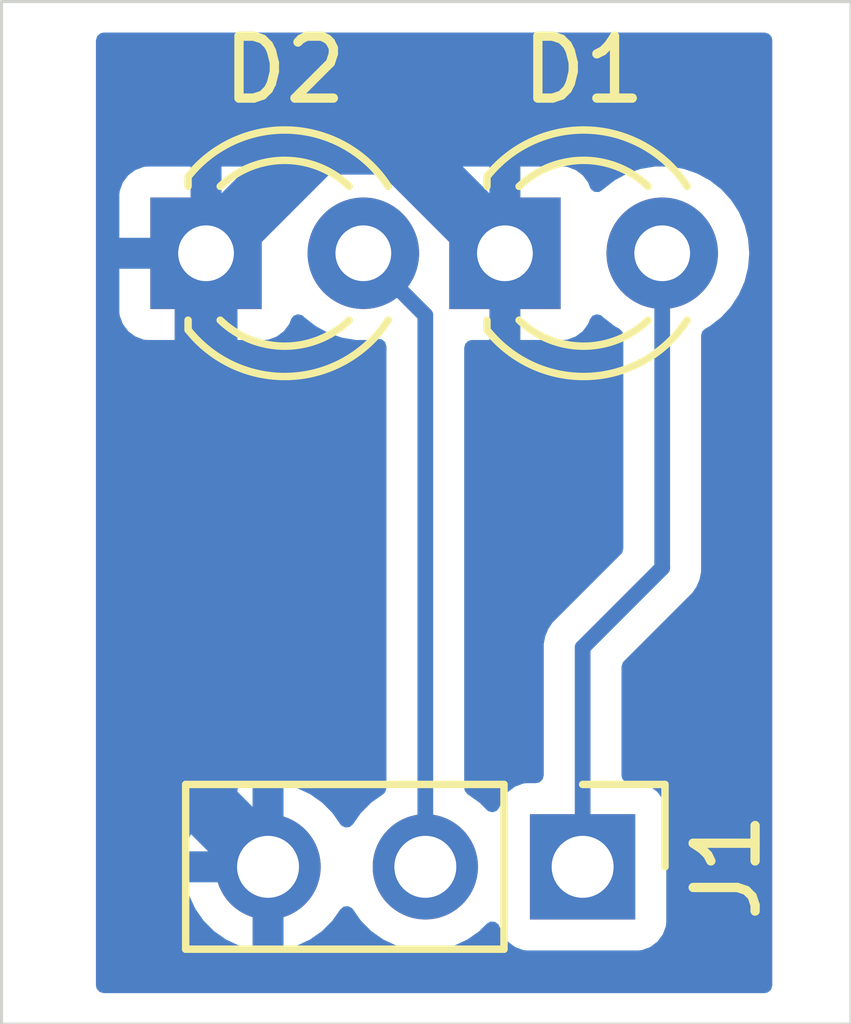
<source format=kicad_pcb>
(kicad_pcb (version 20240108) (generator "pcbnew") (generator_version "8.0")
  (title_block (title "PCB PLACA MECA-LEDS"))
  (layers (0 "F.Cu" signal) (31 "B.Cu" signal) (34 "B.Paste" user) (35 "F.Paste" user) (36 "B.SilkS" user "B.Silkscreen") (37 "F.SilkS" user "F.Silkscreen") (38 "B.Mask" user) (39 "F.Mask" user) (44 "Edge.Cuts" user))
  (net 0 "")
  (net 1 "Net-(D1-A)")
  (net 2 "GND")
  (net 3 "Net-(D2-A)")
  (footprint "LED_THT:LED_D3.0mm" (layer "F.Cu") (at 113.538 89.154)
    (property "Reference" "D2" (at 1.27 -2.96 0) (layer "F.SilkS"))
    (property "Value" "LED")
    (fp_line (start -0.29 -1.236) (end -0.29 -1.08) (stroke (width 0.12)) (layer "F.SilkS"))
    (fp_line (start -0.29 1.08) (end -0.29 1.236) (stroke (width 0.12)) (layer "F.SilkS"))
    (fp_arc (start -0.29 -1.235516) (mid 1.366487 -1.987659) (end 2.942335 -1.078608) (stroke (width 0.12)) (layer "F.SilkS"))
    (fp_arc (start 0.229039 -1.08) (mid 1.270117 -1.5) (end 2.31113 -1.079837) (stroke (width 0.12)) (layer "F.SilkS"))
    (fp_arc (start 2.31113 1.079837) (mid 1.270117 1.5) (end 0.229039 1.08) (stroke (width 0.12)) (layer "F.SilkS"))
    (fp_arc (start 2.942335 1.078608) (mid 1.366487 1.987659) (end -0.29 1.235516) (stroke (width 0.12)) (layer "F.SilkS"))
    (pad "1" thru_hole rect (at 0 0) (size 1.8 1.8) (drill 0.9) (layers "*.Cu" "*.Mask") (net 2 "GND"))
    (pad "2" thru_hole circle (at 2.54 0) (size 1.8 1.8) (drill 0.9) (layers "*.Cu" "*.Mask") (net 3 "Net-(D2-A)"))
  )
  (footprint "Connector_PinHeader_2.54mm:PinHeader_1x03_P2.54mm_Vertical" (layer "F.Cu") (at 119.619 99.06 -90)
    (property "Reference" "J1" (at 0 -2.33 90) (layer "F.SilkS"))
    (property "Value" "Conn_01x03_Pin" (hide yes))
    (fp_line (start -1.33 6.41) (end 1.33 6.41) (stroke (width 0.12)) (layer "F.SilkS"))
    (fp_line (start -1.33 1.27) (end -1.33 6.41) (stroke (width 0.12)) (layer "F.SilkS"))
    (fp_line (start -1.33 1.27) (end 1.33 1.27) (stroke (width 0.12)) (layer "F.SilkS"))
    (fp_line (start 1.33 1.27) (end 1.33 6.41) (stroke (width 0.12)) (layer "F.SilkS"))
    (fp_line (start -1.33 0) (end -1.33 -1.33) (stroke (width 0.12)) (layer "F.SilkS"))
    (fp_line (start -1.33 -1.33) (end 0 -1.33) (stroke (width 0.12)) (layer "F.SilkS"))
    (pad "1" thru_hole rect (at 0 0 270) (size 1.7 1.7) (drill 1) (layers "*.Cu" "*.Mask") (net 1 "Net-(D1-A)"))
    (pad "2" thru_hole oval (at 0 2.54 270) (size 1.7 1.7) (drill 1) (layers "*.Cu" "*.Mask") (net 3 "Net-(D2-A)"))
    (pad "3" thru_hole oval (at 0 5.08 270) (size 1.7 1.7) (drill 1) (layers "*.Cu" "*.Mask") (net 2 "GND"))
  )
  (footprint "LED_THT:LED_D3.0mm" (layer "F.Cu") (at 118.364 89.154)
    (property "Reference" "D1" (at 1.27 -2.96 0) (layer "F.SilkS"))
    (property "Value" "LED")
    (fp_line (start -0.29 -1.236) (end -0.29 -1.08) (stroke (width 0.12)) (layer "F.SilkS"))
    (fp_line (start -0.29 1.08) (end -0.29 1.236) (stroke (width 0.12)) (layer "F.SilkS"))
    (fp_arc (start -0.29 -1.235516) (mid 1.366487 -1.987659) (end 2.942335 -1.078608) (stroke (width 0.12)) (layer "F.SilkS"))
    (fp_arc (start 0.229039 -1.08) (mid 1.270117 -1.5) (end 2.31113 -1.079837) (stroke (width 0.12)) (layer "F.SilkS"))
    (fp_arc (start 2.31113 1.079837) (mid 1.270117 1.5) (end 0.229039 1.08) (stroke (width 0.12)) (layer "F.SilkS"))
    (fp_arc (start 2.942335 1.078608) (mid 1.366487 1.987659) (end -0.29 1.235516) (stroke (width 0.12)) (layer "F.SilkS"))
    (pad "1" thru_hole rect (at 0 0) (size 1.8 1.8) (drill 0.9) (layers "*.Cu" "*.Mask") (net 2 "GND"))
    (pad "2" thru_hole circle (at 2.54 0) (size 1.8 1.8) (drill 0.9) (layers "*.Cu" "*.Mask") (net 1 "Net-(D1-A)"))
  )
  (gr_rect (start 110.236 85.09) (end 123.952 101.6) (stroke (width 0.05)) (fill none) (layer "Edge.Cuts"))
  (segment (start 119.619 95.519) (end 119.619 99.06) (width 0.254) (layer "B.Cu") (net 1))
  (segment (start 120.904 94.234) (end 119.619 95.519) (width 0.254) (layer "B.Cu") (net 1))
  (segment (start 120.904 89.154) (end 120.904 94.234) (width 0.254) (layer "B.Cu") (net 1))
  (segment (start 118.364 89.154) (end 116.586 87.376) (width 1.016) (layer "B.Cu") (net 2))
  (segment (start 115.316 87.376) (end 113.538 89.154) (width 1.016) (layer "B.Cu") (net 2))
  (segment (start 113.538 89.154) (end 113.538 98.059) (width 1.016) (layer "B.Cu") (net 2))
  (segment (start 116.586 87.376) (end 115.316 87.376) (width 1.016) (layer "B.Cu") (net 2))
  (segment (start 113.538 98.059) (end 114.539 99.06) (width 1.016) (layer "B.Cu") (net 2))
  (segment (start 117.079 90.155) (end 117.079 99.06) (width 0.254) (layer "B.Cu") (net 3))
  (segment (start 116.078 89.154) (end 117.079 90.155) (width 0.254) (layer "B.Cu") (net 3))
  (zone (net 2) (net_name "GND") (layer "B.Cu") (connect_pads (clearance 0.5)) (min_thickness 0.25) (fill yes (thermal_gap 0.5) (thermal_bridge_width 0.5))
    (polygon (pts (xy 111.76 85.09) (xy 122.682 85.09) (xy 122.682 101.6) (xy 111.76 101.6)))
  )
)
</source>
